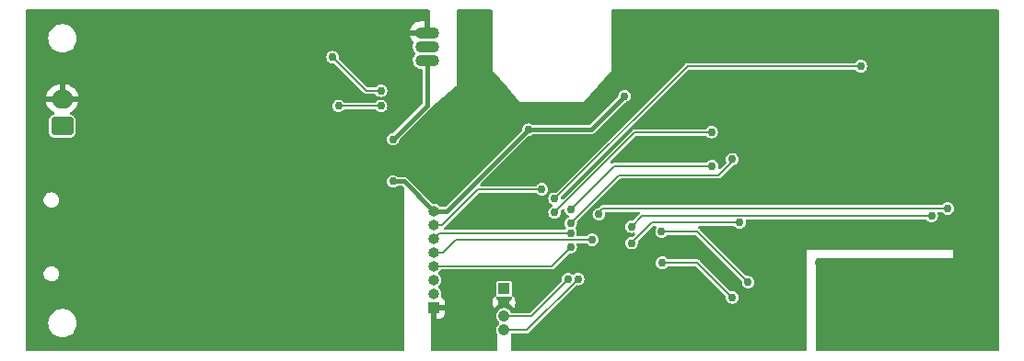
<source format=gbr>
%TF.GenerationSoftware,KiCad,Pcbnew,6.0.2+dfsg-1*%
%TF.CreationDate,2023-04-22T13:44:06+02:00*%
%TF.ProjectId,weather_station,77656174-6865-4725-9f73-746174696f6e,rev?*%
%TF.SameCoordinates,Original*%
%TF.FileFunction,Copper,L2,Bot*%
%TF.FilePolarity,Positive*%
%FSLAX46Y46*%
G04 Gerber Fmt 4.6, Leading zero omitted, Abs format (unit mm)*
G04 Created by KiCad (PCBNEW 6.0.2+dfsg-1) date 2023-04-22 13:44:06*
%MOMM*%
%LPD*%
G01*
G04 APERTURE LIST*
G04 Aperture macros list*
%AMRoundRect*
0 Rectangle with rounded corners*
0 $1 Rounding radius*
0 $2 $3 $4 $5 $6 $7 $8 $9 X,Y pos of 4 corners*
0 Add a 4 corners polygon primitive as box body*
4,1,4,$2,$3,$4,$5,$6,$7,$8,$9,$2,$3,0*
0 Add four circle primitives for the rounded corners*
1,1,$1+$1,$2,$3*
1,1,$1+$1,$4,$5*
1,1,$1+$1,$6,$7*
1,1,$1+$1,$8,$9*
0 Add four rect primitives between the rounded corners*
20,1,$1+$1,$2,$3,$4,$5,0*
20,1,$1+$1,$4,$5,$6,$7,0*
20,1,$1+$1,$6,$7,$8,$9,0*
20,1,$1+$1,$8,$9,$2,$3,0*%
G04 Aperture macros list end*
%TA.AperFunction,ComponentPad*%
%ADD10R,1.000000X1.000000*%
%TD*%
%TA.AperFunction,ComponentPad*%
%ADD11O,1.000000X1.000000*%
%TD*%
%TA.AperFunction,ComponentPad*%
%ADD12O,2.200000X1.100000*%
%TD*%
%TA.AperFunction,ComponentPad*%
%ADD13RoundRect,0.250000X0.750000X-0.600000X0.750000X0.600000X-0.750000X0.600000X-0.750000X-0.600000X0*%
%TD*%
%TA.AperFunction,ComponentPad*%
%ADD14O,2.000000X1.700000*%
%TD*%
%TA.AperFunction,ComponentPad*%
%ADD15R,1.050000X1.050000*%
%TD*%
%TA.AperFunction,ComponentPad*%
%ADD16C,1.050000*%
%TD*%
%TA.AperFunction,ViaPad*%
%ADD17C,0.750000*%
%TD*%
%TA.AperFunction,Conductor*%
%ADD18C,0.400000*%
%TD*%
%TA.AperFunction,Conductor*%
%ADD19C,0.200000*%
%TD*%
G04 APERTURE END LIST*
D10*
%TO.P,J3,1,Pin_1*%
%TO.N,GND*%
X104380000Y-81320000D03*
D11*
%TO.P,J3,2,Pin_2*%
%TO.N,/USART3_RX*%
X104380000Y-80050000D03*
%TO.P,J3,3,Pin_3*%
%TO.N,/USART3_TX*%
X104380000Y-78780000D03*
%TO.P,J3,4,Pin_4*%
%TO.N,/SWDIO*%
X104380000Y-77510000D03*
%TO.P,J3,5,Pin_5*%
%TO.N,/SWCLK*%
X104380000Y-76240000D03*
%TO.P,J3,6,Pin_6*%
%TO.N,/SWO*%
X104380000Y-74970000D03*
%TO.P,J3,7,Pin_7*%
%TO.N,/NRST*%
X104380000Y-73700000D03*
%TO.P,J3,8,Pin_8*%
%TO.N,+3V3*%
X104380000Y-72430000D03*
%TD*%
D12*
%TO.P,U6,1,+VS*%
%TO.N,+5V*%
X103764508Y-58550000D03*
%TO.P,U6,2,VOUT*%
%TO.N,/ADC1_IN1_TEMP*%
X103764508Y-57280000D03*
%TO.P,U6,3,GND*%
%TO.N,GND*%
X103764508Y-56010000D03*
%TD*%
D13*
%TO.P,J1,1,1*%
%TO.N,+BATT*%
X70225000Y-64600000D03*
D14*
%TO.P,J1,2,2*%
%TO.N,GND*%
X70225000Y-62100000D03*
%TD*%
D15*
%TO.P,U5,1,VDD*%
%TO.N,+3V3*%
X110859000Y-79570000D03*
D16*
%TO.P,U5,2,VSS*%
%TO.N,GND*%
X110859000Y-80840000D03*
%TO.P,U5,3,SCL*%
%TO.N,/I2C2_SCL*%
X110859000Y-82110000D03*
%TO.P,U5,4,SDA*%
%TO.N,/I2C2_SDA*%
X110859000Y-83380000D03*
%TD*%
D17*
%TO.N,GND*%
X121240000Y-56410000D03*
X88780132Y-82501675D03*
X145939284Y-82125000D03*
X154650000Y-58925000D03*
X87880132Y-82501675D03*
X141225000Y-80100000D03*
X140625000Y-79475000D03*
X75375000Y-79675000D03*
X149867852Y-82125000D03*
X119150000Y-81300000D03*
X86980132Y-81601675D03*
X143275000Y-79825000D03*
X86300000Y-65550000D03*
X88100000Y-65550000D03*
X75575000Y-61840000D03*
X89680132Y-81601675D03*
X88100000Y-64650000D03*
X149975000Y-80475000D03*
X93070000Y-74880000D03*
X75375000Y-78800000D03*
X143075000Y-81950000D03*
X146921426Y-82125000D03*
X147350000Y-80475000D03*
X116250000Y-62810000D03*
X88780132Y-81601675D03*
X86080132Y-82501675D03*
X125127701Y-71302299D03*
X89900000Y-65550000D03*
X135710000Y-79640000D03*
X85400000Y-64650000D03*
X144957142Y-82125000D03*
X145600000Y-80475000D03*
X78990000Y-75330000D03*
X142075000Y-78650000D03*
X89000000Y-65550000D03*
X140000000Y-78875000D03*
X85180132Y-81601675D03*
X143850000Y-80425000D03*
X89900000Y-64650000D03*
X141500000Y-78025000D03*
X144725000Y-80475000D03*
X150850000Y-80475000D03*
X150850000Y-82125000D03*
X89000000Y-64650000D03*
X79200000Y-58375000D03*
X148225000Y-80475000D03*
X148885710Y-82125000D03*
X146475000Y-80475000D03*
X87200000Y-65550000D03*
X87880132Y-81601675D03*
X139800000Y-77175000D03*
X99540000Y-60125000D03*
X89680132Y-82501675D03*
X122350000Y-62650000D03*
X141475000Y-77175000D03*
X86980132Y-82501675D03*
X143975000Y-82125000D03*
X147903568Y-82125000D03*
X130625000Y-80450000D03*
X149100000Y-80475000D03*
X139825000Y-78025000D03*
X74200000Y-72300000D03*
X142675000Y-79250000D03*
X148210000Y-83670000D03*
X109275000Y-56400000D03*
X133680000Y-84870000D03*
X136450000Y-56930000D03*
X142475000Y-81350000D03*
X86080132Y-81601675D03*
X75575000Y-62715000D03*
X87200000Y-64650000D03*
X122125000Y-81600000D03*
X86300000Y-64650000D03*
X141850000Y-80725000D03*
%TO.N,+3V3*%
X113100000Y-64925000D03*
X100640000Y-69690000D03*
X121935339Y-61851777D03*
%TO.N,/NRST*%
X114320000Y-70420000D03*
%TO.N,+5V*%
X100640000Y-65800000D03*
%TO.N,/LED*%
X122577501Y-75370678D03*
X132500000Y-73500000D03*
%TO.N,/SWO*%
X116966589Y-74441589D03*
%TO.N,/SWCLK*%
X118950000Y-75066089D03*
%TO.N,/SWDIO*%
X116975000Y-75750000D03*
%TO.N,/I2C2_SCL*%
X116750000Y-78690000D03*
%TO.N,/I2C2_SDA*%
X117660000Y-78680000D03*
%TO.N,/I2C1_SDA*%
X125330000Y-74310000D03*
X133290000Y-78980000D03*
%TO.N,/I2C1_SCL*%
X131830000Y-80390000D03*
X125390000Y-77190000D03*
%TO.N,/SPI2_MISO*%
X129975000Y-68275000D03*
X116975000Y-72250000D03*
%TO.N,/SPI2_MOSI*%
X116976790Y-73542144D03*
X131825000Y-67650500D03*
%TO.N,/SPI2_SCK*%
X115490000Y-72560000D03*
X129925000Y-65150000D03*
%TO.N,/RFM_RESET*%
X115500000Y-71280000D03*
X143650000Y-59075000D03*
%TO.N,/RFM_DIO0*%
X122570000Y-73870000D03*
X150160000Y-72870000D03*
%TO.N,/RFM_DIO1*%
X151630000Y-72190000D03*
X119570000Y-72730000D03*
%TO.N,/ADC1_IN3_NO2*%
X99540000Y-61330000D03*
X95090000Y-58230000D03*
%TO.N,/ADC1_IN4_NH3*%
X95640000Y-62740000D03*
X99540000Y-62740000D03*
%TD*%
D18*
%TO.N,+3V3*%
X121928223Y-61851777D02*
X118855000Y-64925000D01*
X101640000Y-69690000D02*
X100640000Y-69690000D01*
X105595000Y-72430000D02*
X104380000Y-72430000D01*
X113100000Y-64925000D02*
X105595000Y-72430000D01*
X118855000Y-64925000D02*
X113100000Y-64925000D01*
X101640000Y-69690000D02*
X104380000Y-72430000D01*
D19*
%TO.N,/NRST*%
X114320000Y-70420000D02*
X114315000Y-70425000D01*
X114315000Y-70425000D02*
X108450000Y-70425000D01*
X108450000Y-70425000D02*
X105175000Y-73700000D01*
X105175000Y-73700000D02*
X104380000Y-73700000D01*
D18*
%TO.N,+5V*%
X100640000Y-65800000D02*
X100650000Y-65800000D01*
X103764508Y-62685492D02*
X103764508Y-58550000D01*
X100650000Y-65800000D02*
X103764508Y-62685492D01*
D19*
%TO.N,/LED*%
X122577501Y-75338615D02*
X122577501Y-75370678D01*
X124416116Y-73500000D02*
X122577501Y-75338615D01*
X132500000Y-73500000D02*
X124416116Y-73500000D01*
%TO.N,/SWO*%
X104908411Y-74441589D02*
X116966589Y-74441589D01*
X104380000Y-74970000D02*
X104908411Y-74441589D01*
%TO.N,/SWCLK*%
X106383911Y-75066089D02*
X105210000Y-76240000D01*
X118950000Y-75066089D02*
X106383911Y-75066089D01*
X105210000Y-76240000D02*
X104380000Y-76240000D01*
%TO.N,/SWDIO*%
X115215000Y-77510000D02*
X104380000Y-77510000D01*
X116975000Y-75750000D02*
X115215000Y-77510000D01*
%TO.N,/I2C2_SCL*%
X116750000Y-78690000D02*
X113330000Y-82110000D01*
X113330000Y-82110000D02*
X110859000Y-82110000D01*
%TO.N,/I2C2_SDA*%
X112960000Y-83380000D02*
X110859000Y-83380000D01*
X117660000Y-78680000D02*
X112960000Y-83380000D01*
%TO.N,/I2C1_SDA*%
X125337500Y-74302500D02*
X128612500Y-74302500D01*
X125330000Y-74310000D02*
X125337500Y-74302500D01*
X128612500Y-74302500D02*
X133290000Y-78980000D01*
%TO.N,/I2C1_SCL*%
X125390000Y-77190000D02*
X125400000Y-77180000D01*
X131815000Y-80390000D02*
X131830000Y-80390000D01*
X128605000Y-77180000D02*
X131815000Y-80390000D01*
X125400000Y-77180000D02*
X128605000Y-77180000D01*
%TO.N,/SPI2_MISO*%
X116990000Y-72250000D02*
X120965000Y-68275000D01*
X120965000Y-68275000D02*
X129975000Y-68275000D01*
X116975000Y-72250000D02*
X116990000Y-72250000D01*
%TO.N,/SPI2_MOSI*%
X116982856Y-73542144D02*
X121400000Y-69125000D01*
X121400000Y-69125000D02*
X130575000Y-69125000D01*
X131825000Y-67875000D02*
X131825000Y-67650500D01*
X116976790Y-73542144D02*
X116982856Y-73542144D01*
X130575000Y-69125000D02*
X131825000Y-67875000D01*
%TO.N,/SPI2_SCK*%
X115490000Y-72558585D02*
X122873585Y-65175000D01*
X115490000Y-72560000D02*
X115490000Y-72558585D01*
X129900000Y-65175000D02*
X129925000Y-65150000D01*
X122873585Y-65175000D02*
X129900000Y-65175000D01*
%TO.N,/RFM_RESET*%
X115500000Y-71280000D02*
X115510000Y-71280000D01*
X127715000Y-59075000D02*
X143650000Y-59075000D01*
X115510000Y-71280000D02*
X127715000Y-59075000D01*
%TO.N,/RFM_DIO0*%
X122570000Y-73860000D02*
X122570000Y-73870000D01*
X123555000Y-72875000D02*
X122570000Y-73860000D01*
X150155000Y-72875000D02*
X150160000Y-72870000D01*
X123555000Y-72875000D02*
X150155000Y-72875000D01*
%TO.N,/RFM_DIO1*%
X119910000Y-72190000D02*
X151630000Y-72190000D01*
X119570000Y-72730000D02*
X119570000Y-72530000D01*
X119570000Y-72530000D02*
X119910000Y-72190000D01*
%TO.N,/ADC1_IN3_NO2*%
X98190000Y-61330000D02*
X99540000Y-61330000D01*
X95090000Y-58230000D02*
X98190000Y-61330000D01*
%TO.N,/ADC1_IN4_NH3*%
X95640000Y-62740000D02*
X99540000Y-62740000D01*
%TD*%
%TA.AperFunction,Conductor*%
%TO.N,GND*%
G36*
X103962121Y-53870002D02*
G01*
X104008614Y-53923658D01*
X104020000Y-53976000D01*
X104020000Y-54945141D01*
X104018508Y-54959020D01*
X104018508Y-56138000D01*
X103998506Y-56206121D01*
X103944850Y-56252614D01*
X103892508Y-56264000D01*
X102204461Y-56264000D01*
X102190930Y-56267973D01*
X102189810Y-56275768D01*
X102227062Y-56402342D01*
X102231655Y-56413710D01*
X102322074Y-56586666D01*
X102328790Y-56596928D01*
X102451076Y-56749020D01*
X102459660Y-56757786D01*
X102506347Y-56796962D01*
X102545673Y-56856072D01*
X102546799Y-56927059D01*
X102534309Y-56956767D01*
X102525248Y-56972367D01*
X102525246Y-56972371D01*
X102521569Y-56978702D01*
X102470841Y-57146193D01*
X102460005Y-57320862D01*
X102461245Y-57328078D01*
X102461245Y-57328080D01*
X102463815Y-57343034D01*
X102489642Y-57493340D01*
X102558162Y-57654373D01*
X102661891Y-57795324D01*
X102667470Y-57800063D01*
X102667473Y-57800067D01*
X102690019Y-57819221D01*
X102728983Y-57878570D01*
X102729676Y-57949563D01*
X102699911Y-58001898D01*
X102614506Y-58092053D01*
X102614503Y-58092057D01*
X102609468Y-58097372D01*
X102521569Y-58248702D01*
X102470841Y-58416193D01*
X102460005Y-58590862D01*
X102461245Y-58598078D01*
X102461245Y-58598080D01*
X102484377Y-58732698D01*
X102489642Y-58763340D01*
X102558162Y-58924373D01*
X102661891Y-59065324D01*
X102667469Y-59070063D01*
X102667472Y-59070066D01*
X102789684Y-59173893D01*
X102789688Y-59173896D01*
X102795263Y-59178632D01*
X102951124Y-59258219D01*
X102958229Y-59259958D01*
X102958233Y-59259959D01*
X103039366Y-59279811D01*
X103121114Y-59299815D01*
X103126714Y-59300162D01*
X103126718Y-59300163D01*
X103130217Y-59300380D01*
X103130226Y-59300380D01*
X103132156Y-59300500D01*
X103238008Y-59300500D01*
X103306129Y-59320502D01*
X103352622Y-59374158D01*
X103364008Y-59426500D01*
X103364008Y-62467410D01*
X103344006Y-62535531D01*
X103327103Y-62556505D01*
X100697968Y-65185640D01*
X100635656Y-65219666D01*
X100625324Y-65221466D01*
X100489764Y-65239313D01*
X100349767Y-65297302D01*
X100229549Y-65389549D01*
X100137302Y-65509767D01*
X100079313Y-65649764D01*
X100059534Y-65800000D01*
X100079313Y-65950236D01*
X100137302Y-66090233D01*
X100229549Y-66210451D01*
X100349767Y-66302698D01*
X100489764Y-66360687D01*
X100640000Y-66380466D01*
X100648188Y-66379388D01*
X100782048Y-66361765D01*
X100790236Y-66360687D01*
X100930233Y-66302698D01*
X101050451Y-66210451D01*
X101142698Y-66090233D01*
X101200687Y-65950236D01*
X101215501Y-65837713D01*
X101244224Y-65772786D01*
X101251328Y-65765065D01*
X104057471Y-62958921D01*
X104065248Y-62951770D01*
X106456162Y-60931692D01*
X106456162Y-60931691D01*
X106470000Y-60920000D01*
X106470000Y-53976000D01*
X106490002Y-53907879D01*
X106543658Y-53861386D01*
X106596000Y-53850000D01*
X109674000Y-53850000D01*
X109742121Y-53870002D01*
X109788614Y-53923658D01*
X109800000Y-53976000D01*
X109800000Y-59500000D01*
X111121736Y-61033214D01*
X112272914Y-62368580D01*
X112300000Y-62400000D01*
X118200000Y-62400000D01*
X120705734Y-59505141D01*
X120700365Y-53976120D01*
X120720301Y-53907982D01*
X120773911Y-53861437D01*
X120826365Y-53850000D01*
X156224000Y-53850000D01*
X156292121Y-53870002D01*
X156338614Y-53923658D01*
X156350000Y-53976000D01*
X156350000Y-85224000D01*
X156329998Y-85292121D01*
X156276342Y-85338614D01*
X156224000Y-85350000D01*
X139626000Y-85350000D01*
X139557879Y-85329998D01*
X139511386Y-85276342D01*
X139500000Y-85224000D01*
X139500000Y-76926000D01*
X139520002Y-76857879D01*
X139573658Y-76811386D01*
X139626000Y-76800000D01*
X152100000Y-76800000D01*
X152100000Y-76000000D01*
X138700000Y-76000000D01*
X138700000Y-85224000D01*
X138679998Y-85292121D01*
X138626342Y-85338614D01*
X138574000Y-85350000D01*
X111626000Y-85350000D01*
X111557879Y-85329998D01*
X111511386Y-85276342D01*
X111500000Y-85224000D01*
X111500000Y-83806500D01*
X111520002Y-83738379D01*
X111573658Y-83691886D01*
X111626000Y-83680500D01*
X112907634Y-83680500D01*
X112910307Y-83680696D01*
X112915342Y-83682425D01*
X112926964Y-83681989D01*
X112926966Y-83681989D01*
X112964255Y-83680589D01*
X112968981Y-83680500D01*
X112987948Y-83680500D01*
X112992683Y-83679618D01*
X112996209Y-83679390D01*
X112999949Y-83679249D01*
X113027208Y-83678226D01*
X113037893Y-83673636D01*
X113042493Y-83672599D01*
X113054214Y-83669038D01*
X113058617Y-83667339D01*
X113070053Y-83665209D01*
X113091041Y-83652272D01*
X113107411Y-83643769D01*
X113121888Y-83637549D01*
X113121892Y-83637547D01*
X113130063Y-83634036D01*
X113134949Y-83630022D01*
X113137134Y-83627837D01*
X113139397Y-83625785D01*
X113139542Y-83625945D01*
X113148549Y-83618825D01*
X113155444Y-83612573D01*
X113165348Y-83606468D01*
X113181916Y-83584680D01*
X113193110Y-83571861D01*
X117478657Y-79286314D01*
X117540969Y-79252288D01*
X117584198Y-79250487D01*
X117651810Y-79259388D01*
X117651812Y-79259388D01*
X117660000Y-79260466D01*
X117668188Y-79259388D01*
X117802048Y-79241765D01*
X117810236Y-79240687D01*
X117950233Y-79182698D01*
X118070451Y-79090451D01*
X118162698Y-78970233D01*
X118220687Y-78830236D01*
X118240466Y-78680000D01*
X118220687Y-78529764D01*
X118162698Y-78389767D01*
X118070451Y-78269549D01*
X117950233Y-78177302D01*
X117810236Y-78119313D01*
X117660000Y-78099534D01*
X117509764Y-78119313D01*
X117369767Y-78177302D01*
X117275186Y-78249877D01*
X117208968Y-78275476D01*
X117139419Y-78261211D01*
X117121784Y-78249878D01*
X117040233Y-78187302D01*
X116900236Y-78129313D01*
X116750000Y-78109534D01*
X116599764Y-78129313D01*
X116459767Y-78187302D01*
X116339549Y-78279549D01*
X116247302Y-78399767D01*
X116189313Y-78539764D01*
X116169534Y-78690000D01*
X116170612Y-78698188D01*
X116170612Y-78698190D01*
X116179513Y-78765802D01*
X116168573Y-78835951D01*
X116143686Y-78871343D01*
X113242434Y-81772595D01*
X113180122Y-81806621D01*
X113153339Y-81809500D01*
X111596612Y-81809500D01*
X111528491Y-81789498D01*
X111489758Y-81750270D01*
X111434901Y-81662480D01*
X111431168Y-81656506D01*
X111316478Y-81541012D01*
X111254343Y-81501580D01*
X111184994Y-81457570D01*
X111184991Y-81457568D01*
X111179051Y-81453799D01*
X111139528Y-81439726D01*
X111104137Y-81427123D01*
X111057310Y-81397519D01*
X110871811Y-81212020D01*
X110857870Y-81204408D01*
X110856034Y-81204539D01*
X110849421Y-81208789D01*
X110660867Y-81397344D01*
X110612376Y-81427527D01*
X110554812Y-81447123D01*
X110554809Y-81447124D01*
X110548142Y-81449394D01*
X110542143Y-81453084D01*
X110542142Y-81453085D01*
X110534852Y-81457570D01*
X110409511Y-81534680D01*
X110369359Y-81574000D01*
X110325338Y-81617109D01*
X110293220Y-81648561D01*
X110205049Y-81785376D01*
X110202640Y-81791996D01*
X110202638Y-81791999D01*
X110173707Y-81871486D01*
X110149380Y-81938325D01*
X110128980Y-82099806D01*
X110144863Y-82261794D01*
X110196240Y-82416238D01*
X110199887Y-82422260D01*
X110199888Y-82422262D01*
X110261084Y-82523308D01*
X110280556Y-82555461D01*
X110380009Y-82658448D01*
X110412941Y-82721345D01*
X110406641Y-82792061D01*
X110377530Y-82835998D01*
X110293220Y-82918561D01*
X110205049Y-83055376D01*
X110202640Y-83061996D01*
X110202638Y-83061999D01*
X110155618Y-83191186D01*
X110149380Y-83208325D01*
X110128980Y-83369806D01*
X110144863Y-83531794D01*
X110169704Y-83606468D01*
X110193558Y-83678176D01*
X110200000Y-83717948D01*
X110200000Y-85224000D01*
X110179998Y-85292121D01*
X110126342Y-85338614D01*
X110074000Y-85350000D01*
X104226000Y-85350000D01*
X104157879Y-85329998D01*
X104111386Y-85276342D01*
X104100000Y-85224000D01*
X104100000Y-82397208D01*
X104120002Y-82329087D01*
X104123969Y-82323787D01*
X104126000Y-82314452D01*
X104126000Y-82309884D01*
X104634000Y-82309884D01*
X104638475Y-82325123D01*
X104639865Y-82326328D01*
X104647548Y-82327999D01*
X104924669Y-82327999D01*
X104931490Y-82327629D01*
X104982352Y-82322105D01*
X104997604Y-82318479D01*
X105118054Y-82273324D01*
X105133649Y-82264786D01*
X105235724Y-82188285D01*
X105248285Y-82175724D01*
X105324786Y-82073649D01*
X105333324Y-82058054D01*
X105378478Y-81937606D01*
X105382105Y-81922351D01*
X105387631Y-81871486D01*
X105388000Y-81864672D01*
X105388000Y-81592115D01*
X105383525Y-81576876D01*
X105382135Y-81575671D01*
X105374452Y-81574000D01*
X104652115Y-81574000D01*
X104636876Y-81578475D01*
X104635671Y-81579865D01*
X104634000Y-81587548D01*
X104634000Y-82309884D01*
X104126000Y-82309884D01*
X104126000Y-81192000D01*
X104146002Y-81123879D01*
X104199658Y-81077386D01*
X104252000Y-81066000D01*
X105369884Y-81066000D01*
X105385123Y-81061525D01*
X105386328Y-81060135D01*
X105387999Y-81052452D01*
X105387999Y-80831650D01*
X109821619Y-80831650D01*
X109837539Y-81021237D01*
X109839754Y-81033304D01*
X109892194Y-81216186D01*
X109896713Y-81227598D01*
X109961580Y-81353815D01*
X109971299Y-81364034D01*
X109978099Y-81361690D01*
X110486979Y-80852811D01*
X110494592Y-80838868D01*
X110494461Y-80837034D01*
X110490210Y-80830420D01*
X110159866Y-80500076D01*
X110125840Y-80437764D01*
X110130905Y-80366949D01*
X110173452Y-80310113D01*
X110239972Y-80285302D01*
X110273540Y-80287402D01*
X110314252Y-80295500D01*
X110621520Y-80295500D01*
X110689641Y-80315502D01*
X110710616Y-80332405D01*
X110846192Y-80467981D01*
X110860130Y-80475592D01*
X110861966Y-80475461D01*
X110868579Y-80471211D01*
X111007384Y-80332405D01*
X111069696Y-80298380D01*
X111096480Y-80295500D01*
X111403748Y-80295500D01*
X111444458Y-80287402D01*
X111515169Y-80293730D01*
X111571237Y-80337283D01*
X111594857Y-80404236D01*
X111578531Y-80473329D01*
X111558133Y-80500076D01*
X111231022Y-80827187D01*
X111223408Y-80841132D01*
X111223539Y-80842966D01*
X111227790Y-80849580D01*
X111734003Y-81355792D01*
X111746378Y-81362549D01*
X111753112Y-81357508D01*
X111804215Y-81267549D01*
X111809204Y-81256343D01*
X111869256Y-81075819D01*
X111871976Y-81063848D01*
X111896150Y-80872487D01*
X111896642Y-80865458D01*
X111896949Y-80843522D01*
X111896654Y-80836495D01*
X111877830Y-80644519D01*
X111875447Y-80632481D01*
X111820458Y-80450350D01*
X111815785Y-80439011D01*
X111756049Y-80326662D01*
X111746189Y-80316581D01*
X111737819Y-80319597D01*
X111666951Y-80323874D01*
X111605021Y-80289159D01*
X111571690Y-80226472D01*
X111576681Y-80173990D01*
X111572867Y-80173231D01*
X111583293Y-80120816D01*
X111584500Y-80114748D01*
X111584500Y-79025252D01*
X111572867Y-78966769D01*
X111528552Y-78900448D01*
X111462231Y-78856133D01*
X111450062Y-78853712D01*
X111450061Y-78853712D01*
X111409816Y-78845707D01*
X111403748Y-78844500D01*
X110314252Y-78844500D01*
X110308184Y-78845707D01*
X110267939Y-78853712D01*
X110267938Y-78853712D01*
X110255769Y-78856133D01*
X110189448Y-78900448D01*
X110145133Y-78966769D01*
X110133500Y-79025252D01*
X110133500Y-80114748D01*
X110134707Y-80120816D01*
X110145133Y-80173231D01*
X110141847Y-80173885D01*
X110147271Y-80224333D01*
X110115492Y-80287820D01*
X110054434Y-80324048D01*
X109983483Y-80321514D01*
X109972122Y-80316569D01*
X109964943Y-80321943D01*
X109907908Y-80425689D01*
X109903076Y-80436962D01*
X109845548Y-80618315D01*
X109842998Y-80630309D01*
X109821790Y-80819382D01*
X109821619Y-80831650D01*
X105387999Y-80831650D01*
X105387999Y-80775331D01*
X105387629Y-80768510D01*
X105382105Y-80717648D01*
X105378479Y-80702396D01*
X105333324Y-80581946D01*
X105324786Y-80566351D01*
X105248285Y-80464276D01*
X105235724Y-80451715D01*
X105133644Y-80375210D01*
X105123493Y-80369653D01*
X105073346Y-80319395D01*
X105058332Y-80250004D01*
X105061018Y-80234084D01*
X105061601Y-80232634D01*
X105062783Y-80224333D01*
X105084909Y-80068862D01*
X105084909Y-80068859D01*
X105085490Y-80064778D01*
X105085645Y-80050000D01*
X105065276Y-79881680D01*
X105005345Y-79723077D01*
X104909312Y-79583349D01*
X104862640Y-79541765D01*
X104825663Y-79508820D01*
X104788107Y-79448570D01*
X104789088Y-79377580D01*
X104827652Y-79318933D01*
X104893648Y-79262567D01*
X104893651Y-79262564D01*
X104899423Y-79257634D01*
X104998361Y-79119947D01*
X105008198Y-79095477D01*
X105058766Y-78969687D01*
X105058767Y-78969685D01*
X105061601Y-78962634D01*
X105072481Y-78886188D01*
X105084909Y-78798862D01*
X105084909Y-78798859D01*
X105085490Y-78794778D01*
X105085645Y-78780000D01*
X105065276Y-78611680D01*
X105005345Y-78453077D01*
X105000150Y-78445518D01*
X104913614Y-78319608D01*
X104913613Y-78319607D01*
X104909312Y-78313349D01*
X104878728Y-78286099D01*
X104825663Y-78238820D01*
X104788107Y-78178570D01*
X104789088Y-78107580D01*
X104827652Y-78048933D01*
X104893648Y-77992567D01*
X104893651Y-77992564D01*
X104899423Y-77987634D01*
X104989000Y-77862974D01*
X105044995Y-77819326D01*
X105091323Y-77810500D01*
X115162634Y-77810500D01*
X115165307Y-77810696D01*
X115170342Y-77812425D01*
X115181964Y-77811989D01*
X115181966Y-77811989D01*
X115219255Y-77810589D01*
X115223981Y-77810500D01*
X115242948Y-77810500D01*
X115247683Y-77809618D01*
X115251209Y-77809390D01*
X115254949Y-77809249D01*
X115282208Y-77808226D01*
X115292893Y-77803636D01*
X115297493Y-77802599D01*
X115309214Y-77799038D01*
X115313617Y-77797339D01*
X115325053Y-77795209D01*
X115346041Y-77782272D01*
X115362411Y-77773769D01*
X115376888Y-77767549D01*
X115376892Y-77767547D01*
X115385063Y-77764036D01*
X115389949Y-77760022D01*
X115392134Y-77757837D01*
X115394397Y-77755785D01*
X115394542Y-77755945D01*
X115403549Y-77748825D01*
X115410444Y-77742573D01*
X115420348Y-77736468D01*
X115436916Y-77714680D01*
X115448110Y-77701861D01*
X115959971Y-77190000D01*
X124809534Y-77190000D01*
X124829313Y-77340236D01*
X124887302Y-77480233D01*
X124979549Y-77600451D01*
X125099767Y-77692698D01*
X125239764Y-77750687D01*
X125390000Y-77770466D01*
X125398188Y-77769388D01*
X125438841Y-77764036D01*
X125540236Y-77750687D01*
X125680233Y-77692698D01*
X125800451Y-77600451D01*
X125817592Y-77578113D01*
X125854667Y-77529796D01*
X125912005Y-77487929D01*
X125954629Y-77480500D01*
X128428339Y-77480500D01*
X128496460Y-77500502D01*
X128517434Y-77517405D01*
X131221941Y-80221912D01*
X131255967Y-80284224D01*
X131257768Y-80327453D01*
X131251481Y-80375210D01*
X131249534Y-80390000D01*
X131250612Y-80398188D01*
X131260505Y-80473329D01*
X131269313Y-80540236D01*
X131327302Y-80680233D01*
X131419549Y-80800451D01*
X131539767Y-80892698D01*
X131679764Y-80950687D01*
X131830000Y-80970466D01*
X131838188Y-80969388D01*
X131972048Y-80951765D01*
X131980236Y-80950687D01*
X132120233Y-80892698D01*
X132240451Y-80800451D01*
X132332698Y-80680233D01*
X132390687Y-80540236D01*
X132399496Y-80473329D01*
X132409388Y-80398188D01*
X132410466Y-80390000D01*
X132390687Y-80239764D01*
X132332698Y-80099767D01*
X132240451Y-79979549D01*
X132120233Y-79887302D01*
X131980236Y-79829313D01*
X131830000Y-79809534D01*
X131740943Y-79821259D01*
X131670796Y-79810320D01*
X131635403Y-79785432D01*
X128854519Y-77004548D01*
X128852763Y-77002514D01*
X128850425Y-76997731D01*
X128814523Y-76964427D01*
X128811118Y-76961147D01*
X128797723Y-76947752D01*
X128793753Y-76945028D01*
X128791105Y-76942703D01*
X128776881Y-76929508D01*
X128776878Y-76929506D01*
X128768354Y-76921599D01*
X128757550Y-76917289D01*
X128753561Y-76914767D01*
X128742773Y-76909006D01*
X128738448Y-76907089D01*
X128728854Y-76900508D01*
X128717535Y-76897822D01*
X128717533Y-76897821D01*
X128704873Y-76894817D01*
X128687276Y-76889252D01*
X128672638Y-76883412D01*
X128672635Y-76883411D01*
X128664378Y-76880117D01*
X128658085Y-76879500D01*
X128655006Y-76879500D01*
X128651933Y-76879350D01*
X128651944Y-76879134D01*
X128640569Y-76877802D01*
X128631254Y-76877346D01*
X128619934Y-76874660D01*
X128608405Y-76876229D01*
X128608404Y-76876229D01*
X128592827Y-76878349D01*
X128575836Y-76879500D01*
X125939283Y-76879500D01*
X125871162Y-76859498D01*
X125839321Y-76830204D01*
X125805481Y-76786103D01*
X125805477Y-76786099D01*
X125800451Y-76779549D01*
X125793901Y-76774523D01*
X125793898Y-76774520D01*
X125711729Y-76711470D01*
X125680233Y-76687302D01*
X125540236Y-76629313D01*
X125390000Y-76609534D01*
X125239764Y-76629313D01*
X125099767Y-76687302D01*
X124979549Y-76779549D01*
X124887302Y-76899767D01*
X124829313Y-77039764D01*
X124809534Y-77190000D01*
X115959971Y-77190000D01*
X116793657Y-76356314D01*
X116855969Y-76322288D01*
X116899198Y-76320487D01*
X116966810Y-76329388D01*
X116966812Y-76329388D01*
X116975000Y-76330466D01*
X116983188Y-76329388D01*
X117117048Y-76311765D01*
X117125236Y-76310687D01*
X117265233Y-76252698D01*
X117385451Y-76160451D01*
X117477698Y-76040233D01*
X117535687Y-75900236D01*
X117555466Y-75750000D01*
X117535687Y-75599764D01*
X117511266Y-75540807D01*
X117503677Y-75470218D01*
X117535456Y-75406731D01*
X117596514Y-75370503D01*
X117627675Y-75366589D01*
X118393044Y-75366589D01*
X118461165Y-75386591D01*
X118493005Y-75415883D01*
X118539549Y-75476540D01*
X118659767Y-75568787D01*
X118799764Y-75626776D01*
X118950000Y-75646555D01*
X118958188Y-75645477D01*
X119092048Y-75627854D01*
X119100236Y-75626776D01*
X119240233Y-75568787D01*
X119360451Y-75476540D01*
X119452698Y-75356322D01*
X119510687Y-75216325D01*
X119530466Y-75066089D01*
X119510687Y-74915853D01*
X119452698Y-74775856D01*
X119360451Y-74655638D01*
X119240233Y-74563391D01*
X119100236Y-74505402D01*
X118950000Y-74485623D01*
X118799764Y-74505402D01*
X118659767Y-74563391D01*
X118539549Y-74655638D01*
X118494842Y-74713901D01*
X118493006Y-74716294D01*
X118435668Y-74758161D01*
X118393044Y-74765589D01*
X117643807Y-74765589D01*
X117575686Y-74745587D01*
X117529193Y-74691931D01*
X117519089Y-74621657D01*
X117522100Y-74606980D01*
X117524118Y-74599450D01*
X117527276Y-74591825D01*
X117530358Y-74568420D01*
X117545977Y-74449777D01*
X117547055Y-74441589D01*
X117527276Y-74291353D01*
X117469287Y-74151356D01*
X117410864Y-74075218D01*
X117385263Y-74008998D01*
X117399528Y-73939449D01*
X117410863Y-73921810D01*
X117410910Y-73921749D01*
X117479488Y-73832377D01*
X117537477Y-73692380D01*
X117557256Y-73542144D01*
X117547982Y-73471703D01*
X117558921Y-73401555D01*
X117583809Y-73366162D01*
X118219971Y-72730000D01*
X118989534Y-72730000D01*
X118991860Y-72747669D01*
X119004359Y-72842603D01*
X119009313Y-72880236D01*
X119067302Y-73020233D01*
X119159549Y-73140451D01*
X119279767Y-73232698D01*
X119419764Y-73290687D01*
X119570000Y-73310466D01*
X119578188Y-73309388D01*
X119600429Y-73306460D01*
X119720236Y-73290687D01*
X119860233Y-73232698D01*
X119980451Y-73140451D01*
X120072698Y-73020233D01*
X120130687Y-72880236D01*
X120135642Y-72842603D01*
X120148140Y-72747669D01*
X120150466Y-72730000D01*
X120143502Y-72677102D01*
X120137689Y-72632946D01*
X120148629Y-72562797D01*
X120195757Y-72509699D01*
X120262611Y-72490500D01*
X123210339Y-72490500D01*
X123278460Y-72510502D01*
X123324953Y-72564158D01*
X123335057Y-72634432D01*
X123305563Y-72699012D01*
X123299434Y-72705595D01*
X122742506Y-73262523D01*
X122680194Y-73296549D01*
X122636966Y-73298350D01*
X122570000Y-73289534D01*
X122561242Y-73290687D01*
X122441435Y-73306460D01*
X122419764Y-73309313D01*
X122279767Y-73367302D01*
X122159549Y-73459549D01*
X122067302Y-73579767D01*
X122009313Y-73719764D01*
X121989534Y-73870000D01*
X122009313Y-74020236D01*
X122067302Y-74160233D01*
X122159549Y-74280451D01*
X122279767Y-74372698D01*
X122419764Y-74430687D01*
X122570000Y-74450466D01*
X122578188Y-74449388D01*
X122712048Y-74431765D01*
X122720236Y-74430687D01*
X122727864Y-74427527D01*
X122732299Y-74426339D01*
X122803276Y-74428029D01*
X122862071Y-74467824D01*
X122890018Y-74533089D01*
X122878244Y-74603103D01*
X122854004Y-74637141D01*
X122730511Y-74760634D01*
X122668199Y-74794660D01*
X122624970Y-74796461D01*
X122585691Y-74791290D01*
X122585689Y-74791290D01*
X122577501Y-74790212D01*
X122427265Y-74809991D01*
X122287268Y-74867980D01*
X122167050Y-74960227D01*
X122074803Y-75080445D01*
X122016814Y-75220442D01*
X121997035Y-75370678D01*
X122016814Y-75520914D01*
X122074803Y-75660911D01*
X122167050Y-75781129D01*
X122287268Y-75873376D01*
X122427265Y-75931365D01*
X122577501Y-75951144D01*
X122585689Y-75950066D01*
X122719549Y-75932443D01*
X122727737Y-75931365D01*
X122867734Y-75873376D01*
X122987952Y-75781129D01*
X123080199Y-75660911D01*
X123138188Y-75520914D01*
X123157967Y-75370678D01*
X123144257Y-75266543D01*
X123155196Y-75196396D01*
X123180084Y-75161003D01*
X124503683Y-73837405D01*
X124565995Y-73803379D01*
X124592778Y-73800500D01*
X124740049Y-73800500D01*
X124808170Y-73820502D01*
X124854663Y-73874158D01*
X124864767Y-73944432D01*
X124840012Y-74003203D01*
X124827302Y-74019767D01*
X124769313Y-74159764D01*
X124749534Y-74310000D01*
X124769313Y-74460236D01*
X124827302Y-74600233D01*
X124919549Y-74720451D01*
X125039767Y-74812698D01*
X125179764Y-74870687D01*
X125330000Y-74890466D01*
X125338188Y-74889388D01*
X125384986Y-74883227D01*
X125480236Y-74870687D01*
X125620233Y-74812698D01*
X125740451Y-74720451D01*
X125792750Y-74652294D01*
X125850087Y-74610428D01*
X125892711Y-74603000D01*
X128435839Y-74603000D01*
X128503960Y-74623002D01*
X128524934Y-74639905D01*
X132683686Y-78798657D01*
X132717712Y-78860969D01*
X132719513Y-78904198D01*
X132710820Y-78970233D01*
X132709534Y-78980000D01*
X132729313Y-79130236D01*
X132787302Y-79270233D01*
X132879549Y-79390451D01*
X132999767Y-79482698D01*
X133139764Y-79540687D01*
X133290000Y-79560466D01*
X133298188Y-79559388D01*
X133432048Y-79541765D01*
X133440236Y-79540687D01*
X133580233Y-79482698D01*
X133700451Y-79390451D01*
X133792698Y-79270233D01*
X133850687Y-79130236D01*
X133870466Y-78980000D01*
X133850687Y-78829764D01*
X133792698Y-78689767D01*
X133700451Y-78569549D01*
X133580233Y-78477302D01*
X133440236Y-78419313D01*
X133290000Y-78399534D01*
X133281812Y-78400612D01*
X133281810Y-78400612D01*
X133214198Y-78409513D01*
X133144049Y-78398573D01*
X133108657Y-78373686D01*
X128862019Y-74127048D01*
X128860263Y-74125014D01*
X128857925Y-74120231D01*
X128822023Y-74086927D01*
X128818618Y-74083647D01*
X128805223Y-74070252D01*
X128801253Y-74067528D01*
X128798605Y-74065203D01*
X128784381Y-74052008D01*
X128784378Y-74052006D01*
X128775854Y-74044099D01*
X128765053Y-74039790D01*
X128755217Y-74033572D01*
X128757377Y-74030154D01*
X128718566Y-73999704D01*
X128695269Y-73932639D01*
X128711928Y-73863624D01*
X128763255Y-73814573D01*
X128821119Y-73800500D01*
X131943044Y-73800500D01*
X132011165Y-73820502D01*
X132043005Y-73849794D01*
X132089549Y-73910451D01*
X132209767Y-74002698D01*
X132349764Y-74060687D01*
X132500000Y-74080466D01*
X132508188Y-74079388D01*
X132642048Y-74061765D01*
X132650236Y-74060687D01*
X132790233Y-74002698D01*
X132910451Y-73910451D01*
X133002698Y-73790233D01*
X133060687Y-73650236D01*
X133080466Y-73500000D01*
X133060687Y-73349764D01*
X133057527Y-73342135D01*
X133055389Y-73334156D01*
X133058875Y-73333222D01*
X133053101Y-73279004D01*
X133084944Y-73215549D01*
X133146038Y-73179383D01*
X133177077Y-73175500D01*
X149606881Y-73175500D01*
X149675002Y-73195502D01*
X149706843Y-73224796D01*
X149713406Y-73233349D01*
X149749549Y-73280451D01*
X149869767Y-73372698D01*
X150009764Y-73430687D01*
X150160000Y-73450466D01*
X150168188Y-73449388D01*
X150302048Y-73431765D01*
X150310236Y-73430687D01*
X150450233Y-73372698D01*
X150570451Y-73280451D01*
X150662698Y-73160233D01*
X150720687Y-73020236D01*
X150740466Y-72870000D01*
X150720687Y-72719764D01*
X150697886Y-72664718D01*
X150690297Y-72594129D01*
X150722076Y-72530642D01*
X150783134Y-72494414D01*
X150814295Y-72490500D01*
X151073044Y-72490500D01*
X151141165Y-72510502D01*
X151173005Y-72539794D01*
X151219549Y-72600451D01*
X151339767Y-72692698D01*
X151479764Y-72750687D01*
X151630000Y-72770466D01*
X151638188Y-72769388D01*
X151772048Y-72751765D01*
X151780236Y-72750687D01*
X151920233Y-72692698D01*
X152040451Y-72600451D01*
X152132698Y-72480233D01*
X152190687Y-72340236D01*
X152210466Y-72190000D01*
X152190687Y-72039764D01*
X152186436Y-72029500D01*
X152178150Y-72009498D01*
X152132698Y-71899767D01*
X152040451Y-71779549D01*
X151920233Y-71687302D01*
X151780236Y-71629313D01*
X151630000Y-71609534D01*
X151479764Y-71629313D01*
X151339767Y-71687302D01*
X151219549Y-71779549D01*
X151197417Y-71808392D01*
X151173006Y-71840205D01*
X151115668Y-71882072D01*
X151073044Y-71889500D01*
X119962372Y-71889500D01*
X119959695Y-71889303D01*
X119954658Y-71887574D01*
X119943037Y-71888010D01*
X119943035Y-71888010D01*
X119905730Y-71889411D01*
X119901003Y-71889500D01*
X119882052Y-71889500D01*
X119877319Y-71890382D01*
X119873792Y-71890610D01*
X119854420Y-71891337D01*
X119854418Y-71891338D01*
X119842792Y-71891774D01*
X119832100Y-71896368D01*
X119827497Y-71897405D01*
X119815787Y-71900962D01*
X119811384Y-71902661D01*
X119799947Y-71904791D01*
X119790046Y-71910894D01*
X119790043Y-71910895D01*
X119778956Y-71917729D01*
X119762585Y-71926233D01*
X119748106Y-71932454D01*
X119748103Y-71932456D01*
X119739938Y-71935964D01*
X119735051Y-71939977D01*
X119732856Y-71942172D01*
X119730586Y-71944230D01*
X119730439Y-71944068D01*
X119721461Y-71951165D01*
X119714554Y-71957429D01*
X119704652Y-71963532D01*
X119688091Y-71985311D01*
X119676896Y-71998132D01*
X119612698Y-72062331D01*
X119548991Y-72126038D01*
X119486679Y-72160063D01*
X119476344Y-72161864D01*
X119419764Y-72169313D01*
X119279767Y-72227302D01*
X119159549Y-72319549D01*
X119067302Y-72439767D01*
X119009313Y-72579764D01*
X118989534Y-72730000D01*
X118219971Y-72730000D01*
X121487566Y-69462405D01*
X121549878Y-69428379D01*
X121576661Y-69425500D01*
X130522634Y-69425500D01*
X130525307Y-69425696D01*
X130530342Y-69427425D01*
X130541964Y-69426989D01*
X130541966Y-69426989D01*
X130579255Y-69425589D01*
X130583981Y-69425500D01*
X130602948Y-69425500D01*
X130607683Y-69424618D01*
X130611209Y-69424390D01*
X130614949Y-69424249D01*
X130642208Y-69423226D01*
X130652893Y-69418636D01*
X130657493Y-69417599D01*
X130669214Y-69414038D01*
X130673617Y-69412339D01*
X130685053Y-69410209D01*
X130706041Y-69397272D01*
X130722411Y-69388769D01*
X130736888Y-69382549D01*
X130736892Y-69382547D01*
X130745063Y-69379036D01*
X130749949Y-69375022D01*
X130752134Y-69372837D01*
X130754397Y-69370785D01*
X130754542Y-69370945D01*
X130763549Y-69363825D01*
X130770444Y-69357573D01*
X130780348Y-69351468D01*
X130796916Y-69329680D01*
X130808110Y-69316861D01*
X131874223Y-68250748D01*
X131936535Y-68216722D01*
X131946871Y-68214921D01*
X131975236Y-68211187D01*
X132115233Y-68153198D01*
X132235451Y-68060951D01*
X132327698Y-67940733D01*
X132385687Y-67800736D01*
X132405466Y-67650500D01*
X132385687Y-67500264D01*
X132327698Y-67360267D01*
X132235451Y-67240049D01*
X132115233Y-67147802D01*
X131975236Y-67089813D01*
X131825000Y-67070034D01*
X131674764Y-67089813D01*
X131534767Y-67147802D01*
X131414549Y-67240049D01*
X131322302Y-67360267D01*
X131264313Y-67500264D01*
X131244534Y-67650500D01*
X131264313Y-67800736D01*
X131293597Y-67871434D01*
X131301186Y-67942022D01*
X131266283Y-68008746D01*
X130750531Y-68524498D01*
X130688219Y-68558524D01*
X130617404Y-68553459D01*
X130560568Y-68510912D01*
X130535757Y-68444392D01*
X130536514Y-68418957D01*
X130554388Y-68283188D01*
X130555466Y-68275000D01*
X130535687Y-68124764D01*
X130477698Y-67984767D01*
X130385451Y-67864549D01*
X130265233Y-67772302D01*
X130125236Y-67714313D01*
X129975000Y-67694534D01*
X129824764Y-67714313D01*
X129684767Y-67772302D01*
X129564549Y-67864549D01*
X129518006Y-67925205D01*
X129460668Y-67967072D01*
X129418044Y-67974500D01*
X121017366Y-67974500D01*
X121014693Y-67974304D01*
X121009658Y-67972575D01*
X120998036Y-67973011D01*
X120998034Y-67973011D01*
X120960745Y-67974411D01*
X120956019Y-67974500D01*
X120937052Y-67974500D01*
X120932317Y-67975382D01*
X120928791Y-67975610D01*
X120925051Y-67975751D01*
X120897792Y-67976774D01*
X120887107Y-67981364D01*
X120882507Y-67982401D01*
X120870786Y-67985962D01*
X120866383Y-67987661D01*
X120854947Y-67989791D01*
X120842415Y-67997516D01*
X120833961Y-68002727D01*
X120817589Y-68011231D01*
X120797308Y-68019945D01*
X120726823Y-68028460D01*
X120662925Y-67997516D01*
X120625900Y-67936938D01*
X120627503Y-67865960D01*
X120658472Y-67815084D01*
X122961151Y-65512405D01*
X123023463Y-65478379D01*
X123050246Y-65475500D01*
X129387227Y-65475500D01*
X129455348Y-65495502D01*
X129487189Y-65524796D01*
X129509519Y-65553897D01*
X129509523Y-65553901D01*
X129514549Y-65560451D01*
X129521099Y-65565477D01*
X129521102Y-65565480D01*
X129562234Y-65597041D01*
X129634767Y-65652698D01*
X129774764Y-65710687D01*
X129925000Y-65730466D01*
X129933188Y-65729388D01*
X130067048Y-65711765D01*
X130075236Y-65710687D01*
X130215233Y-65652698D01*
X130335451Y-65560451D01*
X130427698Y-65440233D01*
X130485687Y-65300236D01*
X130505466Y-65150000D01*
X130485687Y-64999764D01*
X130427698Y-64859767D01*
X130335451Y-64739549D01*
X130215233Y-64647302D01*
X130075236Y-64589313D01*
X129925000Y-64569534D01*
X129774764Y-64589313D01*
X129634767Y-64647302D01*
X129514549Y-64739549D01*
X129509523Y-64746099D01*
X129448823Y-64825204D01*
X129391485Y-64867071D01*
X129348861Y-64874500D01*
X122925951Y-64874500D01*
X122923278Y-64874304D01*
X122918243Y-64872575D01*
X122906621Y-64873011D01*
X122906619Y-64873011D01*
X122869330Y-64874411D01*
X122864604Y-64874500D01*
X122845637Y-64874500D01*
X122840902Y-64875382D01*
X122837376Y-64875610D01*
X122833636Y-64875751D01*
X122806377Y-64876774D01*
X122795692Y-64881364D01*
X122791092Y-64882401D01*
X122779371Y-64885962D01*
X122774968Y-64887661D01*
X122763532Y-64889791D01*
X122742546Y-64902727D01*
X122726174Y-64911231D01*
X122711697Y-64917451D01*
X122711693Y-64917453D01*
X122703522Y-64920964D01*
X122698636Y-64924978D01*
X122696451Y-64927163D01*
X122694188Y-64929215D01*
X122694043Y-64929055D01*
X122685036Y-64936175D01*
X122678141Y-64942427D01*
X122668237Y-64948532D01*
X122651669Y-64970320D01*
X122640475Y-64983139D01*
X116291747Y-71331867D01*
X116229435Y-71365893D01*
X116158620Y-71360828D01*
X116101784Y-71318281D01*
X116077730Y-71259218D01*
X116071650Y-71213035D01*
X116082589Y-71142886D01*
X116107477Y-71107494D01*
X127802566Y-59412405D01*
X127864878Y-59378379D01*
X127891661Y-59375500D01*
X143093044Y-59375500D01*
X143161165Y-59395502D01*
X143193005Y-59424794D01*
X143239549Y-59485451D01*
X143359767Y-59577698D01*
X143499764Y-59635687D01*
X143650000Y-59655466D01*
X143658188Y-59654388D01*
X143792048Y-59636765D01*
X143800236Y-59635687D01*
X143940233Y-59577698D01*
X144060451Y-59485451D01*
X144152698Y-59365233D01*
X144210687Y-59225236D01*
X144230466Y-59075000D01*
X144210687Y-58924764D01*
X144152698Y-58784767D01*
X144060451Y-58664549D01*
X143940233Y-58572302D01*
X143800236Y-58514313D01*
X143650000Y-58494534D01*
X143499764Y-58514313D01*
X143359767Y-58572302D01*
X143239549Y-58664549D01*
X143193006Y-58725205D01*
X143135668Y-58767072D01*
X143093044Y-58774500D01*
X127767372Y-58774500D01*
X127764695Y-58774303D01*
X127759658Y-58772574D01*
X127748037Y-58773010D01*
X127748035Y-58773010D01*
X127710730Y-58774411D01*
X127706003Y-58774500D01*
X127687052Y-58774500D01*
X127682319Y-58775382D01*
X127678792Y-58775610D01*
X127659420Y-58776337D01*
X127659418Y-58776338D01*
X127647792Y-58776774D01*
X127637100Y-58781368D01*
X127632497Y-58782405D01*
X127620787Y-58785962D01*
X127616384Y-58787661D01*
X127604947Y-58789791D01*
X127595046Y-58795894D01*
X127595043Y-58795895D01*
X127583956Y-58802729D01*
X127567585Y-58811233D01*
X127553109Y-58817453D01*
X127553107Y-58817454D01*
X127544938Y-58820964D01*
X127540052Y-58824977D01*
X127537869Y-58827160D01*
X127535593Y-58829224D01*
X127535447Y-58829063D01*
X127526451Y-58836175D01*
X127519556Y-58842427D01*
X127509652Y-58848532D01*
X127493084Y-58870320D01*
X127481890Y-58883139D01*
X115690179Y-70674850D01*
X115627867Y-70708876D01*
X115584639Y-70710677D01*
X115500000Y-70699534D01*
X115349764Y-70719313D01*
X115209767Y-70777302D01*
X115089549Y-70869549D01*
X114997302Y-70989767D01*
X114939313Y-71129764D01*
X114919534Y-71280000D01*
X114939313Y-71430236D01*
X114997302Y-71570233D01*
X115089549Y-71690451D01*
X115209767Y-71782698D01*
X115243404Y-71796631D01*
X115255207Y-71801520D01*
X115310488Y-71846069D01*
X115332909Y-71913432D01*
X115315351Y-71982223D01*
X115263388Y-72030602D01*
X115255210Y-72034337D01*
X115199767Y-72057302D01*
X115079549Y-72149549D01*
X114987302Y-72269767D01*
X114929313Y-72409764D01*
X114928235Y-72417952D01*
X114921040Y-72472603D01*
X114909534Y-72560000D01*
X114929313Y-72710236D01*
X114987302Y-72850233D01*
X115079549Y-72970451D01*
X115199767Y-73062698D01*
X115339764Y-73120687D01*
X115490000Y-73140466D01*
X115498188Y-73139388D01*
X115632048Y-73121765D01*
X115640236Y-73120687D01*
X115780233Y-73062698D01*
X115900451Y-72970451D01*
X115992698Y-72850233D01*
X116050687Y-72710236D01*
X116070466Y-72560000D01*
X116060322Y-72482948D01*
X116071261Y-72412799D01*
X116096149Y-72377407D01*
X116193976Y-72279580D01*
X116256288Y-72245554D01*
X116327103Y-72250619D01*
X116383939Y-72293166D01*
X116407993Y-72352228D01*
X116414313Y-72400236D01*
X116472302Y-72540233D01*
X116564549Y-72660451D01*
X116684767Y-72752698D01*
X116750762Y-72780034D01*
X116806042Y-72824583D01*
X116828463Y-72891946D01*
X116810904Y-72960738D01*
X116758942Y-73009116D01*
X116750769Y-73012849D01*
X116686557Y-73039446D01*
X116566339Y-73131693D01*
X116474092Y-73251911D01*
X116416103Y-73391908D01*
X116396324Y-73542144D01*
X116416103Y-73692380D01*
X116474092Y-73832377D01*
X116506152Y-73874158D01*
X116532515Y-73908515D01*
X116558116Y-73974735D01*
X116543851Y-74044284D01*
X116532518Y-74061920D01*
X116509595Y-74091794D01*
X116452258Y-74133660D01*
X116409633Y-74141089D01*
X105467020Y-74141089D01*
X105398899Y-74121087D01*
X105352406Y-74067431D01*
X105342302Y-73997157D01*
X105371796Y-73932577D01*
X105373856Y-73930470D01*
X105380348Y-73926468D01*
X105396916Y-73904680D01*
X105408110Y-73891861D01*
X108537567Y-70762405D01*
X108599879Y-70728379D01*
X108626662Y-70725500D01*
X113766881Y-70725500D01*
X113835002Y-70745502D01*
X113866843Y-70774796D01*
X113870035Y-70778956D01*
X113909549Y-70830451D01*
X114029767Y-70922698D01*
X114169764Y-70980687D01*
X114320000Y-71000466D01*
X114328188Y-70999388D01*
X114341428Y-70997645D01*
X114470236Y-70980687D01*
X114610233Y-70922698D01*
X114730451Y-70830451D01*
X114822698Y-70710233D01*
X114880687Y-70570236D01*
X114900466Y-70420000D01*
X114880687Y-70269764D01*
X114822698Y-70129767D01*
X114730451Y-70009549D01*
X114610233Y-69917302D01*
X114470236Y-69859313D01*
X114320000Y-69839534D01*
X114169764Y-69859313D01*
X114029767Y-69917302D01*
X113969658Y-69963426D01*
X113916102Y-70004520D01*
X113916099Y-70004523D01*
X113909549Y-70009549D01*
X113904523Y-70016099D01*
X113904518Y-70016104D01*
X113859169Y-70075204D01*
X113801831Y-70117071D01*
X113759207Y-70124500D01*
X108771083Y-70124500D01*
X108702962Y-70104498D01*
X108656469Y-70050842D01*
X108646365Y-69980568D01*
X108675859Y-69915988D01*
X108681988Y-69909405D01*
X113053549Y-65537844D01*
X113115861Y-65503818D01*
X113126198Y-65502017D01*
X113175684Y-65495502D01*
X113250236Y-65485687D01*
X113390233Y-65427698D01*
X113489486Y-65351538D01*
X113555706Y-65325937D01*
X113566190Y-65325500D01*
X118918433Y-65325500D01*
X118927864Y-65322436D01*
X118927868Y-65322435D01*
X118939353Y-65318703D01*
X118958578Y-65314087D01*
X118970512Y-65312197D01*
X118970513Y-65312197D01*
X118980304Y-65310646D01*
X118989137Y-65306145D01*
X118989141Y-65306144D01*
X118999906Y-65300659D01*
X119018166Y-65293095D01*
X119039090Y-65286296D01*
X119056893Y-65273361D01*
X119073745Y-65263035D01*
X119084502Y-65257554D01*
X119093342Y-65253050D01*
X119115905Y-65230487D01*
X119115909Y-65230484D01*
X121880693Y-62465700D01*
X121943005Y-62431674D01*
X121953342Y-62429873D01*
X122032147Y-62419498D01*
X122085575Y-62412464D01*
X122225572Y-62354475D01*
X122345790Y-62262228D01*
X122438037Y-62142010D01*
X122496026Y-62002013D01*
X122515805Y-61851777D01*
X122496026Y-61701541D01*
X122438037Y-61561544D01*
X122345790Y-61441326D01*
X122225572Y-61349079D01*
X122085575Y-61291090D01*
X121935339Y-61271311D01*
X121785103Y-61291090D01*
X121645106Y-61349079D01*
X121524888Y-61441326D01*
X121432641Y-61561544D01*
X121374652Y-61701541D01*
X121373574Y-61709729D01*
X121359401Y-61817384D01*
X121330679Y-61882311D01*
X121323574Y-61890033D01*
X118726012Y-64487595D01*
X118663700Y-64521621D01*
X118636917Y-64524500D01*
X113566190Y-64524500D01*
X113498069Y-64504498D01*
X113489486Y-64498462D01*
X113475324Y-64487595D01*
X113390233Y-64422302D01*
X113250236Y-64364313D01*
X113100000Y-64344534D01*
X112949764Y-64364313D01*
X112809767Y-64422302D01*
X112689549Y-64514549D01*
X112597302Y-64634767D01*
X112539313Y-64774764D01*
X112538235Y-64782953D01*
X112522983Y-64898802D01*
X112494261Y-64963730D01*
X112487156Y-64971451D01*
X105466012Y-71992595D01*
X105403700Y-72026621D01*
X105376917Y-72029500D01*
X105021068Y-72029500D01*
X104952947Y-72009498D01*
X104917229Y-71974868D01*
X104913618Y-71969614D01*
X104913617Y-71969613D01*
X104909312Y-71963349D01*
X104859167Y-71918671D01*
X104788392Y-71855612D01*
X104788388Y-71855610D01*
X104782721Y-71850560D01*
X104632881Y-71771224D01*
X104468441Y-71729919D01*
X104460843Y-71729879D01*
X104460841Y-71729879D01*
X104298895Y-71729031D01*
X104298910Y-71726098D01*
X104242316Y-71716352D01*
X104208721Y-71692329D01*
X101900917Y-69384524D01*
X101900909Y-69384516D01*
X101900905Y-69384513D01*
X101878342Y-69361950D01*
X101858746Y-69351965D01*
X101841893Y-69341639D01*
X101824090Y-69328704D01*
X101803166Y-69321905D01*
X101784906Y-69314341D01*
X101774141Y-69308856D01*
X101774137Y-69308855D01*
X101765304Y-69304354D01*
X101755513Y-69302803D01*
X101755512Y-69302803D01*
X101743578Y-69300913D01*
X101724353Y-69296297D01*
X101712868Y-69292565D01*
X101712864Y-69292564D01*
X101703433Y-69289500D01*
X101106190Y-69289500D01*
X101038069Y-69269498D01*
X101029486Y-69263462D01*
X100930233Y-69187302D01*
X100790236Y-69129313D01*
X100640000Y-69109534D01*
X100489764Y-69129313D01*
X100349767Y-69187302D01*
X100229549Y-69279549D01*
X100137302Y-69399767D01*
X100079313Y-69539764D01*
X100059534Y-69690000D01*
X100079313Y-69840236D01*
X100137302Y-69980233D01*
X100229549Y-70100451D01*
X100349767Y-70192698D01*
X100489764Y-70250687D01*
X100640000Y-70270466D01*
X100648188Y-70269388D01*
X100782048Y-70251765D01*
X100790236Y-70250687D01*
X100930233Y-70192698D01*
X101029486Y-70116538D01*
X101095706Y-70090937D01*
X101106190Y-70090500D01*
X101421917Y-70090500D01*
X101490038Y-70110502D01*
X101511012Y-70127405D01*
X101663095Y-70279488D01*
X101697121Y-70341800D01*
X101700000Y-70368583D01*
X101700000Y-85224000D01*
X101679998Y-85292121D01*
X101626342Y-85338614D01*
X101574000Y-85350000D01*
X66976000Y-85350000D01*
X66907879Y-85329998D01*
X66861386Y-85276342D01*
X66850000Y-85224000D01*
X66850000Y-82750000D01*
X68944532Y-82750000D01*
X68964365Y-82976692D01*
X68965789Y-82982005D01*
X68965789Y-82982007D01*
X68982024Y-83042595D01*
X69023261Y-83196496D01*
X69025583Y-83201476D01*
X69025584Y-83201478D01*
X69107348Y-83376819D01*
X69119432Y-83402734D01*
X69249953Y-83589139D01*
X69410861Y-83750047D01*
X69597266Y-83880568D01*
X69602244Y-83882889D01*
X69602247Y-83882891D01*
X69798522Y-83974416D01*
X69803504Y-83976739D01*
X69808812Y-83978161D01*
X69808814Y-83978162D01*
X70017993Y-84034211D01*
X70017995Y-84034211D01*
X70023308Y-84035635D01*
X70122302Y-84044296D01*
X70190492Y-84050262D01*
X70190499Y-84050262D01*
X70193216Y-84050500D01*
X70306784Y-84050500D01*
X70309501Y-84050262D01*
X70309508Y-84050262D01*
X70377698Y-84044296D01*
X70476692Y-84035635D01*
X70482005Y-84034211D01*
X70482007Y-84034211D01*
X70691186Y-83978162D01*
X70691188Y-83978161D01*
X70696496Y-83976739D01*
X70701478Y-83974416D01*
X70897753Y-83882891D01*
X70897756Y-83882889D01*
X70902734Y-83880568D01*
X71089139Y-83750047D01*
X71250047Y-83589139D01*
X71380568Y-83402734D01*
X71392653Y-83376819D01*
X71474416Y-83201478D01*
X71474417Y-83201476D01*
X71476739Y-83196496D01*
X71517977Y-83042595D01*
X71534211Y-82982007D01*
X71534211Y-82982005D01*
X71535635Y-82976692D01*
X71555468Y-82750000D01*
X71535635Y-82523308D01*
X71520487Y-82466773D01*
X71478162Y-82308814D01*
X71478161Y-82308812D01*
X71476739Y-82303504D01*
X71462666Y-82273324D01*
X71382891Y-82102247D01*
X71382889Y-82102244D01*
X71380568Y-82097266D01*
X71250047Y-81910861D01*
X71089139Y-81749953D01*
X70902734Y-81619432D01*
X70897756Y-81617111D01*
X70897753Y-81617109D01*
X70701478Y-81525584D01*
X70701476Y-81525583D01*
X70696496Y-81523261D01*
X70691188Y-81521839D01*
X70691186Y-81521838D01*
X70482007Y-81465789D01*
X70482005Y-81465789D01*
X70476692Y-81464365D01*
X70377698Y-81455704D01*
X70309508Y-81449738D01*
X70309501Y-81449738D01*
X70306784Y-81449500D01*
X70193216Y-81449500D01*
X70190499Y-81449738D01*
X70190492Y-81449738D01*
X70122302Y-81455704D01*
X70023308Y-81464365D01*
X70017995Y-81465789D01*
X70017993Y-81465789D01*
X69808814Y-81521838D01*
X69808812Y-81521839D01*
X69803504Y-81523261D01*
X69798524Y-81525583D01*
X69798522Y-81525584D01*
X69602247Y-81617109D01*
X69602244Y-81617111D01*
X69597266Y-81619432D01*
X69410861Y-81749953D01*
X69249953Y-81910861D01*
X69119432Y-82097266D01*
X69117111Y-82102244D01*
X69117109Y-82102247D01*
X69037334Y-82273324D01*
X69023261Y-82303504D01*
X69021839Y-82308812D01*
X69021838Y-82308814D01*
X68979513Y-82466773D01*
X68964365Y-82523308D01*
X68944532Y-82750000D01*
X66850000Y-82750000D01*
X66850000Y-78281105D01*
X68524031Y-78281105D01*
X68525805Y-78288492D01*
X68525805Y-78288496D01*
X68551951Y-78397397D01*
X68563612Y-78445968D01*
X68567093Y-78452712D01*
X68567094Y-78452715D01*
X68606862Y-78529764D01*
X68641375Y-78596631D01*
X68646367Y-78602353D01*
X68646368Y-78602355D01*
X68706959Y-78671812D01*
X68752831Y-78724396D01*
X68759045Y-78728763D01*
X68885330Y-78817518D01*
X68885332Y-78817519D01*
X68891547Y-78821887D01*
X69049513Y-78883476D01*
X69057046Y-78884468D01*
X69057047Y-78884468D01*
X69174739Y-78899962D01*
X69178826Y-78900500D01*
X69267516Y-78900500D01*
X69393320Y-78885276D01*
X69506272Y-78842595D01*
X69544820Y-78828029D01*
X69551923Y-78825345D01*
X69691651Y-78729312D01*
X69719380Y-78698190D01*
X69799388Y-78608392D01*
X69799390Y-78608388D01*
X69804440Y-78602721D01*
X69811238Y-78589883D01*
X69880224Y-78459589D01*
X69883776Y-78452881D01*
X69925081Y-78288441D01*
X69925969Y-78118895D01*
X69923981Y-78110612D01*
X69888161Y-77961417D01*
X69886388Y-77954032D01*
X69839390Y-77862974D01*
X69812108Y-77810117D01*
X69812108Y-77810116D01*
X69808625Y-77803369D01*
X69803313Y-77797279D01*
X69720074Y-77701861D01*
X69697169Y-77675604D01*
X69590237Y-77600451D01*
X69564670Y-77582482D01*
X69564668Y-77582481D01*
X69558453Y-77578113D01*
X69400487Y-77516524D01*
X69392954Y-77515532D01*
X69392953Y-77515532D01*
X69275261Y-77500038D01*
X69275260Y-77500038D01*
X69271174Y-77499500D01*
X69182484Y-77499500D01*
X69056680Y-77514724D01*
X68898077Y-77574655D01*
X68758349Y-77670688D01*
X68753297Y-77676358D01*
X68753296Y-77676359D01*
X68650612Y-77791608D01*
X68650610Y-77791612D01*
X68645560Y-77797279D01*
X68642008Y-77803988D01*
X68642007Y-77803989D01*
X68633887Y-77819326D01*
X68566224Y-77947119D01*
X68524919Y-78111559D01*
X68524879Y-78119157D01*
X68524879Y-78119159D01*
X68524591Y-78174142D01*
X68524031Y-78281105D01*
X66850000Y-78281105D01*
X66850000Y-71481105D01*
X68524031Y-71481105D01*
X68563612Y-71645968D01*
X68567093Y-71652712D01*
X68567094Y-71652715D01*
X68606942Y-71729919D01*
X68641375Y-71796631D01*
X68646367Y-71802353D01*
X68646368Y-71802355D01*
X68708808Y-71873931D01*
X68752831Y-71924396D01*
X68801060Y-71958292D01*
X68885330Y-72017518D01*
X68885332Y-72017519D01*
X68891547Y-72021887D01*
X69049513Y-72083476D01*
X69057046Y-72084468D01*
X69057047Y-72084468D01*
X69173235Y-72099764D01*
X69178826Y-72100500D01*
X69267516Y-72100500D01*
X69393320Y-72085276D01*
X69538011Y-72030602D01*
X69544820Y-72028029D01*
X69551923Y-72025345D01*
X69659855Y-71951165D01*
X69685392Y-71933614D01*
X69685393Y-71933613D01*
X69691651Y-71929312D01*
X69696704Y-71923641D01*
X69799388Y-71808392D01*
X69799390Y-71808388D01*
X69804440Y-71802721D01*
X69811238Y-71789883D01*
X69850170Y-71716352D01*
X69883776Y-71652881D01*
X69925081Y-71488441D01*
X69925969Y-71318895D01*
X69911642Y-71259218D01*
X69888161Y-71161417D01*
X69886388Y-71154032D01*
X69878089Y-71137952D01*
X69812108Y-71010117D01*
X69812108Y-71010116D01*
X69808625Y-71003369D01*
X69803416Y-70997397D01*
X69702163Y-70881329D01*
X69697169Y-70875604D01*
X69623603Y-70823901D01*
X69564670Y-70782482D01*
X69564668Y-70782481D01*
X69558453Y-70778113D01*
X69400487Y-70716524D01*
X69392954Y-70715532D01*
X69392953Y-70715532D01*
X69275261Y-70700038D01*
X69275260Y-70700038D01*
X69271174Y-70699500D01*
X69182484Y-70699500D01*
X69056680Y-70714724D01*
X68898077Y-70774655D01*
X68758349Y-70870688D01*
X68753297Y-70876358D01*
X68753296Y-70876359D01*
X68650612Y-70991608D01*
X68650610Y-70991612D01*
X68645560Y-70997279D01*
X68642008Y-71003988D01*
X68642007Y-71003989D01*
X68609746Y-71064920D01*
X68566224Y-71147119D01*
X68524919Y-71311559D01*
X68524879Y-71319157D01*
X68524879Y-71319159D01*
X68524661Y-71360828D01*
X68524031Y-71481105D01*
X66850000Y-71481105D01*
X66850000Y-62368580D01*
X68743752Y-62368580D01*
X68768477Y-62486421D01*
X68771537Y-62496617D01*
X68852263Y-62701029D01*
X68856994Y-62710561D01*
X68971016Y-62898462D01*
X68977280Y-62907052D01*
X69121327Y-63073052D01*
X69128958Y-63080472D01*
X69298911Y-63219826D01*
X69307678Y-63225850D01*
X69464671Y-63315216D01*
X69513977Y-63366298D01*
X69527839Y-63435928D01*
X69501856Y-63501999D01*
X69444276Y-63543534D01*
X69414197Y-63550159D01*
X69405845Y-63550948D01*
X69397278Y-63551758D01*
X69397277Y-63551758D01*
X69389631Y-63552481D01*
X69261816Y-63597366D01*
X69254246Y-63602958D01*
X69254243Y-63602959D01*
X69169794Y-63665335D01*
X69152850Y-63677850D01*
X69147258Y-63685421D01*
X69077959Y-63779243D01*
X69077958Y-63779246D01*
X69072366Y-63786816D01*
X69027481Y-63914631D01*
X69024500Y-63946166D01*
X69024500Y-65253834D01*
X69027481Y-65285369D01*
X69072366Y-65413184D01*
X69077958Y-65420754D01*
X69077959Y-65420757D01*
X69120520Y-65478379D01*
X69152850Y-65522150D01*
X69160421Y-65527742D01*
X69254243Y-65597041D01*
X69254246Y-65597042D01*
X69261816Y-65602634D01*
X69389631Y-65647519D01*
X69397277Y-65648242D01*
X69397278Y-65648242D01*
X69403248Y-65648806D01*
X69421166Y-65650500D01*
X71028834Y-65650500D01*
X71046752Y-65648806D01*
X71052722Y-65648242D01*
X71052723Y-65648242D01*
X71060369Y-65647519D01*
X71188184Y-65602634D01*
X71195754Y-65597042D01*
X71195757Y-65597041D01*
X71289579Y-65527742D01*
X71297150Y-65522150D01*
X71329480Y-65478379D01*
X71372041Y-65420757D01*
X71372042Y-65420754D01*
X71377634Y-65413184D01*
X71422519Y-65285369D01*
X71425500Y-65253834D01*
X71425500Y-63946166D01*
X71422519Y-63914631D01*
X71377634Y-63786816D01*
X71372042Y-63779246D01*
X71372041Y-63779243D01*
X71302742Y-63685421D01*
X71297150Y-63677850D01*
X71280206Y-63665335D01*
X71195757Y-63602959D01*
X71195754Y-63602958D01*
X71188184Y-63597366D01*
X71060369Y-63552481D01*
X71052725Y-63551758D01*
X71052723Y-63551758D01*
X71035658Y-63550145D01*
X70969722Y-63523820D01*
X70928486Y-63466027D01*
X70925041Y-63395114D01*
X70960481Y-63333596D01*
X70995766Y-63309822D01*
X71032970Y-63293063D01*
X71042256Y-63287894D01*
X71224575Y-63165150D01*
X71232870Y-63158481D01*
X71391900Y-63006772D01*
X71398941Y-62998814D01*
X71530141Y-62822475D01*
X71535745Y-62813438D01*
X71573083Y-62740000D01*
X95059534Y-62740000D01*
X95079313Y-62890236D01*
X95137302Y-63030233D01*
X95229549Y-63150451D01*
X95349767Y-63242698D01*
X95489764Y-63300687D01*
X95640000Y-63320466D01*
X95648188Y-63319388D01*
X95679878Y-63315216D01*
X95790236Y-63300687D01*
X95930233Y-63242698D01*
X96050451Y-63150451D01*
X96096995Y-63089794D01*
X96154332Y-63047928D01*
X96196956Y-63040500D01*
X98983044Y-63040500D01*
X99051165Y-63060502D01*
X99083005Y-63089794D01*
X99129549Y-63150451D01*
X99249767Y-63242698D01*
X99389764Y-63300687D01*
X99540000Y-63320466D01*
X99548188Y-63319388D01*
X99579878Y-63315216D01*
X99690236Y-63300687D01*
X99830233Y-63242698D01*
X99950451Y-63150451D01*
X100042698Y-63030233D01*
X100100687Y-62890236D01*
X100120466Y-62740000D01*
X100100687Y-62589764D01*
X100042698Y-62449767D01*
X99950451Y-62329549D01*
X99830233Y-62237302D01*
X99690236Y-62179313D01*
X99542947Y-62159922D01*
X99539953Y-62158598D01*
X99537053Y-62159922D01*
X99389764Y-62179313D01*
X99249767Y-62237302D01*
X99129549Y-62329549D01*
X99083006Y-62390205D01*
X99025668Y-62432072D01*
X98983044Y-62439500D01*
X96196956Y-62439500D01*
X96128835Y-62419498D01*
X96096994Y-62390205D01*
X96050451Y-62329549D01*
X95930233Y-62237302D01*
X95790236Y-62179313D01*
X95640000Y-62159534D01*
X95489764Y-62179313D01*
X95349767Y-62237302D01*
X95229549Y-62329549D01*
X95137302Y-62449767D01*
X95079313Y-62589764D01*
X95059534Y-62740000D01*
X71573083Y-62740000D01*
X71635357Y-62617516D01*
X71639357Y-62607665D01*
X71704534Y-62397760D01*
X71706817Y-62387376D01*
X71708861Y-62371957D01*
X71706665Y-62357793D01*
X71693478Y-62354000D01*
X68758808Y-62354000D01*
X68745277Y-62357973D01*
X68743752Y-62368580D01*
X66850000Y-62368580D01*
X66850000Y-61828043D01*
X68741139Y-61828043D01*
X68743335Y-61842207D01*
X68756522Y-61846000D01*
X69952885Y-61846000D01*
X69968124Y-61841525D01*
X69969329Y-61840135D01*
X69971000Y-61832452D01*
X69971000Y-61827885D01*
X70479000Y-61827885D01*
X70483475Y-61843124D01*
X70484865Y-61844329D01*
X70492548Y-61846000D01*
X71691192Y-61846000D01*
X71704723Y-61842027D01*
X71706248Y-61831420D01*
X71681523Y-61713579D01*
X71678463Y-61703383D01*
X71597737Y-61498971D01*
X71593006Y-61489439D01*
X71478984Y-61301538D01*
X71472720Y-61292948D01*
X71328673Y-61126948D01*
X71321042Y-61119528D01*
X71151089Y-60980174D01*
X71142322Y-60974150D01*
X70951318Y-60865424D01*
X70941654Y-60860959D01*
X70735059Y-60785969D01*
X70724792Y-60783198D01*
X70507345Y-60743877D01*
X70499116Y-60742944D01*
X70494624Y-60742732D01*
X70481876Y-60746475D01*
X70480671Y-60747865D01*
X70479000Y-60755548D01*
X70479000Y-61827885D01*
X69971000Y-61827885D01*
X69971000Y-60764030D01*
X69966690Y-60749352D01*
X69954807Y-60747289D01*
X69850675Y-60756124D01*
X69840203Y-60757914D01*
X69627465Y-60813130D01*
X69617425Y-60816665D01*
X69417030Y-60906937D01*
X69407744Y-60912106D01*
X69225425Y-61034850D01*
X69217130Y-61041519D01*
X69058100Y-61193228D01*
X69051059Y-61201186D01*
X68919859Y-61377525D01*
X68914255Y-61386562D01*
X68814643Y-61582484D01*
X68810643Y-61592335D01*
X68745466Y-61802240D01*
X68743183Y-61812624D01*
X68741139Y-61828043D01*
X66850000Y-61828043D01*
X66850000Y-58230000D01*
X94509534Y-58230000D01*
X94529313Y-58380236D01*
X94587302Y-58520233D01*
X94679549Y-58640451D01*
X94799767Y-58732698D01*
X94939764Y-58790687D01*
X94947952Y-58791765D01*
X95014202Y-58800487D01*
X95090000Y-58810466D01*
X95098188Y-58809388D01*
X95098190Y-58809388D01*
X95165802Y-58800487D01*
X95235951Y-58811427D01*
X95271343Y-58836314D01*
X97940481Y-61505452D01*
X97942237Y-61507486D01*
X97944575Y-61512269D01*
X97953104Y-61520181D01*
X97953105Y-61520182D01*
X97980477Y-61545573D01*
X97983882Y-61548853D01*
X97997277Y-61562248D01*
X98001247Y-61564972D01*
X98003895Y-61567297D01*
X98018119Y-61580492D01*
X98018122Y-61580494D01*
X98026646Y-61588401D01*
X98037450Y-61592711D01*
X98041439Y-61595233D01*
X98052227Y-61600994D01*
X98056552Y-61602911D01*
X98066146Y-61609492D01*
X98077465Y-61612178D01*
X98077467Y-61612179D01*
X98090127Y-61615183D01*
X98107724Y-61620748D01*
X98122362Y-61626588D01*
X98122365Y-61626589D01*
X98130622Y-61629883D01*
X98136915Y-61630500D01*
X98139994Y-61630500D01*
X98143067Y-61630650D01*
X98143056Y-61630866D01*
X98154431Y-61632198D01*
X98163746Y-61632654D01*
X98175066Y-61635340D01*
X98186595Y-61633771D01*
X98186596Y-61633771D01*
X98202173Y-61631651D01*
X98219164Y-61630500D01*
X98983044Y-61630500D01*
X99051165Y-61650502D01*
X99083005Y-61679794D01*
X99129549Y-61740451D01*
X99249767Y-61832698D01*
X99389764Y-61890687D01*
X99397952Y-61891765D01*
X99537053Y-61910078D01*
X99540047Y-61911402D01*
X99542947Y-61910078D01*
X99682048Y-61891765D01*
X99690236Y-61890687D01*
X99830233Y-61832698D01*
X99950451Y-61740451D01*
X100042698Y-61620233D01*
X100100687Y-61480236D01*
X100120466Y-61330000D01*
X100100687Y-61179764D01*
X100042698Y-61039767D01*
X99950451Y-60919549D01*
X99830233Y-60827302D01*
X99690236Y-60769313D01*
X99540000Y-60749534D01*
X99389764Y-60769313D01*
X99249767Y-60827302D01*
X99129549Y-60919549D01*
X99083006Y-60980205D01*
X99025668Y-61022072D01*
X98983044Y-61029500D01*
X98366661Y-61029500D01*
X98298540Y-61009498D01*
X98277566Y-60992595D01*
X95696314Y-58411343D01*
X95662288Y-58349031D01*
X95660487Y-58305802D01*
X95669388Y-58238190D01*
X95669388Y-58238188D01*
X95670466Y-58230000D01*
X95650687Y-58079764D01*
X95592698Y-57939767D01*
X95500451Y-57819549D01*
X95380233Y-57727302D01*
X95240236Y-57669313D01*
X95090000Y-57649534D01*
X94939764Y-57669313D01*
X94799767Y-57727302D01*
X94679549Y-57819549D01*
X94587302Y-57939767D01*
X94529313Y-58079764D01*
X94509534Y-58230000D01*
X66850000Y-58230000D01*
X66850000Y-56500000D01*
X68944532Y-56500000D01*
X68964365Y-56726692D01*
X68965789Y-56732005D01*
X68965789Y-56732007D01*
X68972697Y-56757786D01*
X69023261Y-56946496D01*
X69119432Y-57152734D01*
X69249953Y-57339139D01*
X69410861Y-57500047D01*
X69597266Y-57630568D01*
X69602244Y-57632889D01*
X69602247Y-57632891D01*
X69798522Y-57724416D01*
X69803504Y-57726739D01*
X69808812Y-57728161D01*
X69808814Y-57728162D01*
X70017993Y-57784211D01*
X70017995Y-57784211D01*
X70023308Y-57785635D01*
X70122302Y-57794296D01*
X70190492Y-57800262D01*
X70190499Y-57800262D01*
X70193216Y-57800500D01*
X70306784Y-57800500D01*
X70309501Y-57800262D01*
X70309508Y-57800262D01*
X70377698Y-57794296D01*
X70476692Y-57785635D01*
X70482005Y-57784211D01*
X70482007Y-57784211D01*
X70691186Y-57728162D01*
X70691188Y-57728161D01*
X70696496Y-57726739D01*
X70701478Y-57724416D01*
X70897753Y-57632891D01*
X70897756Y-57632889D01*
X70902734Y-57630568D01*
X71089139Y-57500047D01*
X71250047Y-57339139D01*
X71380568Y-57152734D01*
X71476739Y-56946496D01*
X71527304Y-56757786D01*
X71534211Y-56732007D01*
X71534211Y-56732005D01*
X71535635Y-56726692D01*
X71555468Y-56500000D01*
X71535635Y-56273308D01*
X71534211Y-56267993D01*
X71478162Y-56058814D01*
X71478161Y-56058812D01*
X71476739Y-56053504D01*
X71380568Y-55847266D01*
X71314419Y-55752795D01*
X102190707Y-55752795D01*
X102197463Y-55756000D01*
X103492393Y-55756000D01*
X103507632Y-55751525D01*
X103508837Y-55750135D01*
X103510508Y-55742452D01*
X103510508Y-54970115D01*
X103506033Y-54954876D01*
X103504643Y-54953671D01*
X103496960Y-54952000D01*
X103165384Y-54952000D01*
X103159236Y-54952301D01*
X103014147Y-54966527D01*
X103002112Y-54968910D01*
X102815285Y-55025317D01*
X102803943Y-55029992D01*
X102631629Y-55121612D01*
X102621413Y-55128399D01*
X102470173Y-55251747D01*
X102461469Y-55260391D01*
X102337070Y-55410763D01*
X102330211Y-55420931D01*
X102237387Y-55592607D01*
X102232637Y-55603907D01*
X102190913Y-55738693D01*
X102190707Y-55752795D01*
X71314419Y-55752795D01*
X71250047Y-55660861D01*
X71089139Y-55499953D01*
X70902734Y-55369432D01*
X70897756Y-55367111D01*
X70897753Y-55367109D01*
X70701478Y-55275584D01*
X70701476Y-55275583D01*
X70696496Y-55273261D01*
X70691188Y-55271839D01*
X70691186Y-55271838D01*
X70482007Y-55215789D01*
X70482005Y-55215789D01*
X70476692Y-55214365D01*
X70377698Y-55205704D01*
X70309508Y-55199738D01*
X70309501Y-55199738D01*
X70306784Y-55199500D01*
X70193216Y-55199500D01*
X70190499Y-55199738D01*
X70190492Y-55199738D01*
X70122302Y-55205704D01*
X70023308Y-55214365D01*
X70017995Y-55215789D01*
X70017993Y-55215789D01*
X69808814Y-55271838D01*
X69808812Y-55271839D01*
X69803504Y-55273261D01*
X69798524Y-55275583D01*
X69798522Y-55275584D01*
X69602247Y-55367109D01*
X69602244Y-55367111D01*
X69597266Y-55369432D01*
X69410861Y-55499953D01*
X69249953Y-55660861D01*
X69119432Y-55847266D01*
X69023261Y-56053504D01*
X69021839Y-56058812D01*
X69021838Y-56058814D01*
X68965789Y-56267993D01*
X68964365Y-56273308D01*
X68944532Y-56500000D01*
X66850000Y-56500000D01*
X66850000Y-53976000D01*
X66870002Y-53907879D01*
X66923658Y-53861386D01*
X66976000Y-53850000D01*
X103894000Y-53850000D01*
X103962121Y-53870002D01*
G37*
%TD.AperFunction*%
%TD*%
M02*

</source>
